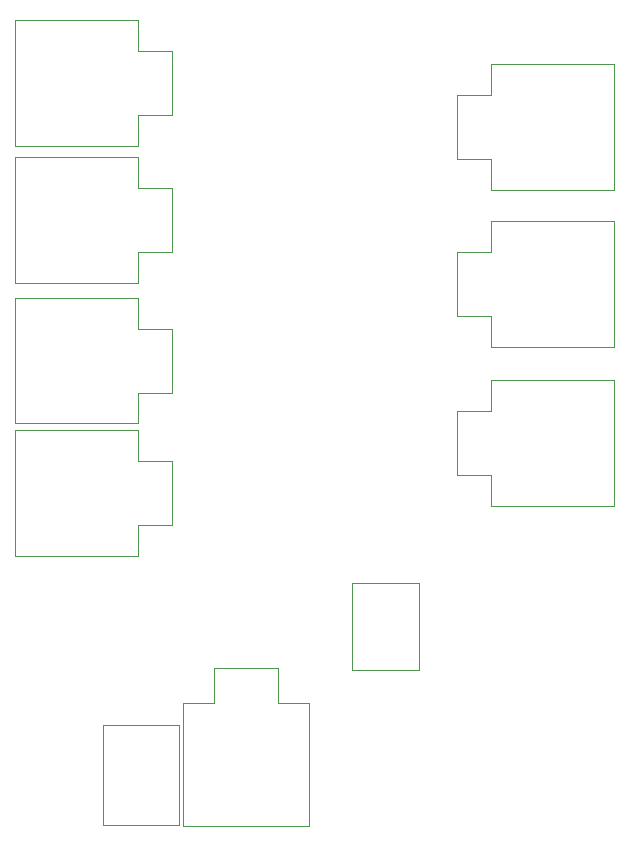
<source format=gbr>
%TF.GenerationSoftware,Altium Limited,Altium Designer,20.1.14 (287)*%
G04 Layer_Color=0*
%FSLAX25Y25*%
%MOIN*%
%TF.SameCoordinates,66620FBD-E1AE-4FB5-826F-034038840454*%
%TF.FilePolarity,Positive*%
%TF.FileFunction,Other,Mechanical_16*%
%TF.Part,Single*%
G01*
G75*
%TA.AperFunction,NonConductor*%
%ADD45C,0.00197*%
D45*
X41083Y134130D02*
Y144409D01*
X52461D01*
X41083Y165779D02*
Y176059D01*
Y165779D02*
X52461D01*
X98Y134130D02*
X41083D01*
X52461Y144409D02*
Y165779D01*
X98Y134130D02*
Y176059D01*
X41083D01*
X112500Y80815D02*
X134630D01*
Y52075D02*
Y80815D01*
X112500Y52075D02*
X134630D01*
X112500Y60130D02*
Y74500D01*
Y80815D01*
Y54741D02*
Y56594D01*
Y60130D01*
Y52075D02*
Y54741D01*
X29205Y268D02*
Y33732D01*
X54795D01*
Y268D02*
Y33732D01*
X29205Y268D02*
X54795D01*
X158610Y243685D02*
Y253965D01*
X147232Y243685D02*
X158610D01*
Y212035D02*
Y222315D01*
X147232D02*
X158610D01*
Y253965D02*
X199594D01*
X147232Y222315D02*
Y243685D01*
X199594Y212035D02*
Y253965D01*
X158610Y212035D02*
X199594D01*
X158610Y191185D02*
Y201465D01*
X147232Y191185D02*
X158610D01*
Y159535D02*
Y169815D01*
X147232D02*
X158610D01*
Y201465D02*
X199594D01*
X147232Y169815D02*
Y191185D01*
X199594Y159535D02*
Y201465D01*
X158610Y159535D02*
X199594D01*
X158610Y138185D02*
Y148465D01*
X147232Y138185D02*
X158610D01*
Y106535D02*
Y116815D01*
X147232D02*
X158610D01*
Y148465D02*
X199594D01*
X147232Y116815D02*
Y138185D01*
X199594Y106535D02*
Y148465D01*
X158610Y106535D02*
X199594D01*
X41083Y90035D02*
Y100315D01*
X52461D01*
X41083Y121685D02*
Y131965D01*
Y121685D02*
X52461D01*
X98Y90035D02*
X41083D01*
X52461Y100315D02*
Y121685D01*
X98Y90035D02*
Y131965D01*
X41083D01*
Y181035D02*
Y191315D01*
X52461D01*
X41083Y212685D02*
Y222965D01*
Y212685D02*
X52461D01*
X98Y181035D02*
X41083D01*
X52461Y191315D02*
Y212685D01*
X98Y181035D02*
Y222965D01*
X41083D01*
Y226535D02*
Y236815D01*
X52461D01*
X41083Y258185D02*
Y268465D01*
Y258185D02*
X52461D01*
X98Y226535D02*
X41083D01*
X52461Y236815D02*
Y258185D01*
X98Y226535D02*
Y268465D01*
X41083D01*
X87685Y41083D02*
X97965D01*
X87685D02*
Y52461D01*
X56035Y41083D02*
X66315D01*
Y52461D01*
X97965Y98D02*
Y41083D01*
X66315Y52461D02*
X87685D01*
X56035Y98D02*
X97965D01*
X56035D02*
Y41083D01*
%TF.MD5,d65c1784eb553af115846c043a436b1e*%
M02*

</source>
